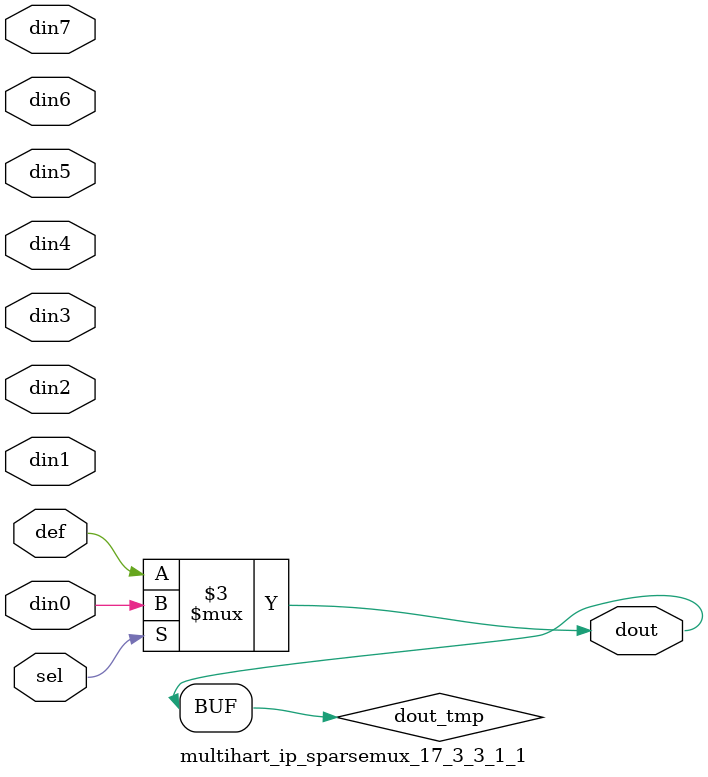
<source format=v>
`timescale 1ns / 1ps

module multihart_ip_sparsemux_17_3_3_1_1 (din0,din1,din2,din3,din4,din5,din6,din7,def,sel,dout);

parameter din0_WIDTH = 1;

parameter din1_WIDTH = 1;

parameter din2_WIDTH = 1;

parameter din3_WIDTH = 1;

parameter din4_WIDTH = 1;

parameter din5_WIDTH = 1;

parameter din6_WIDTH = 1;

parameter din7_WIDTH = 1;

parameter def_WIDTH = 1;
parameter sel_WIDTH = 1;
parameter dout_WIDTH = 1;

parameter [sel_WIDTH-1:0] CASE0 = 1;

parameter [sel_WIDTH-1:0] CASE1 = 1;

parameter [sel_WIDTH-1:0] CASE2 = 1;

parameter [sel_WIDTH-1:0] CASE3 = 1;

parameter [sel_WIDTH-1:0] CASE4 = 1;

parameter [sel_WIDTH-1:0] CASE5 = 1;

parameter [sel_WIDTH-1:0] CASE6 = 1;

parameter [sel_WIDTH-1:0] CASE7 = 1;

parameter ID = 1;
parameter NUM_STAGE = 1;



input [din0_WIDTH-1:0] din0;

input [din1_WIDTH-1:0] din1;

input [din2_WIDTH-1:0] din2;

input [din3_WIDTH-1:0] din3;

input [din4_WIDTH-1:0] din4;

input [din5_WIDTH-1:0] din5;

input [din6_WIDTH-1:0] din6;

input [din7_WIDTH-1:0] din7;

input [def_WIDTH-1:0] def;
input [sel_WIDTH-1:0] sel;

output [dout_WIDTH-1:0] dout;



reg [dout_WIDTH-1:0] dout_tmp;


always @ (*) begin
(* parallel_case *) case (sel)
    
    CASE0 : dout_tmp = din0;
    
    CASE1 : dout_tmp = din1;
    
    CASE2 : dout_tmp = din2;
    
    CASE3 : dout_tmp = din3;
    
    CASE4 : dout_tmp = din4;
    
    CASE5 : dout_tmp = din5;
    
    CASE6 : dout_tmp = din6;
    
    CASE7 : dout_tmp = din7;
    
    default : dout_tmp = def;
endcase
end


assign dout = dout_tmp;



endmodule

</source>
